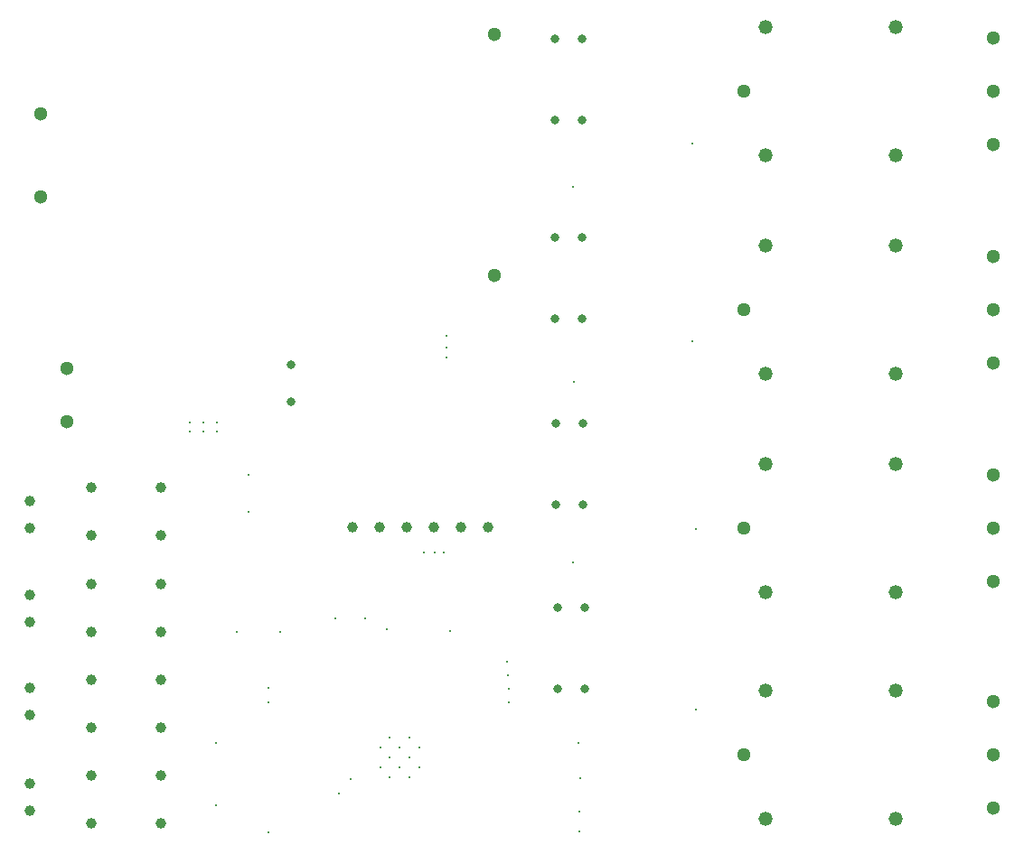
<source format=gbr>
%TF.GenerationSoftware,KiCad,Pcbnew,8.0.7*%
%TF.CreationDate,2025-06-14T17:24:23+07:00*%
%TF.ProjectId,Tubes Mk. PCB,54756265-7320-44d6-9b2e-205043422e6b,rev?*%
%TF.SameCoordinates,Original*%
%TF.FileFunction,Plated,1,4,PTH,Drill*%
%TF.FilePolarity,Positive*%
%FSLAX46Y46*%
G04 Gerber Fmt 4.6, Leading zero omitted, Abs format (unit mm)*
G04 Created by KiCad (PCBNEW 8.0.7) date 2025-06-14 17:24:23*
%MOMM*%
%LPD*%
G01*
G04 APERTURE LIST*
%TA.AperFunction,ViaDrill*%
%ADD10C,0.300000*%
%TD*%
%TA.AperFunction,ComponentDrill*%
%ADD11C,0.300000*%
%TD*%
%TA.AperFunction,ComponentDrill*%
%ADD12C,0.800000*%
%TD*%
%TA.AperFunction,ComponentDrill*%
%ADD13C,0.812800*%
%TD*%
%TA.AperFunction,ComponentDrill*%
%ADD14C,0.999998*%
%TD*%
%TA.AperFunction,ComponentDrill*%
%ADD15C,1.000000*%
%TD*%
%TA.AperFunction,ComponentDrill*%
%ADD16C,1.290000*%
%TD*%
%TA.AperFunction,ComponentDrill*%
%ADD17C,1.300000*%
%TD*%
%TA.AperFunction,ComponentDrill*%
%ADD18C,1.320000*%
%TD*%
G04 APERTURE END LIST*
D10*
X44500000Y-68580000D03*
X44500000Y-69465569D03*
X45769809Y-68580000D03*
X45769809Y-69464120D03*
X46914591Y-98685050D03*
X46968297Y-104528426D03*
X47000000Y-68580000D03*
X47000000Y-69466758D03*
X48872948Y-88221000D03*
X49973336Y-76973165D03*
X50025000Y-73533000D03*
X51879629Y-107000000D03*
X51884977Y-93515749D03*
X51893004Y-94797896D03*
X52959000Y-88265000D03*
X58100000Y-87000000D03*
X58500000Y-103378000D03*
X59579863Y-102003756D03*
X60960000Y-87000000D03*
X62992000Y-88000000D03*
X66421000Y-80772000D03*
X67401877Y-80772000D03*
X68326000Y-80772000D03*
X68500000Y-61595000D03*
X68500000Y-62484000D03*
X68500500Y-60499500D03*
X68879743Y-88138775D03*
X74237000Y-90990000D03*
X74323217Y-92260000D03*
X74352371Y-93537192D03*
X74352402Y-94807532D03*
X80391000Y-46500000D03*
X80391000Y-81710000D03*
X80500000Y-64750000D03*
X80870000Y-98620000D03*
X80953885Y-105050000D03*
X81005944Y-106944443D03*
X81069957Y-101976223D03*
X91567000Y-42418000D03*
X91592491Y-60985491D03*
X91948000Y-78613000D03*
X91948000Y-95504000D03*
D11*
%TO.C,IC1*%
X62330000Y-99082500D03*
X62330000Y-100917500D03*
X63247500Y-98165000D03*
X63247500Y-100000000D03*
X63247500Y-101835000D03*
X64165000Y-99082500D03*
X64165000Y-100917500D03*
X65082500Y-98165000D03*
X65082500Y-100000000D03*
X65082500Y-101835000D03*
X66000000Y-99082500D03*
X66000000Y-100917500D03*
D12*
%TO.C,C12*%
X54000000Y-63152651D03*
X54000000Y-66652651D03*
D13*
%TO.C,IC2*%
X78730000Y-32602500D03*
X78730000Y-40222500D03*
%TO.C,IC3*%
X78730000Y-51190000D03*
X78730000Y-58810000D03*
%TO.C,IC4*%
X78792162Y-68690000D03*
X78792162Y-76310000D03*
%TO.C,IC5*%
X78970000Y-85940000D03*
X78970000Y-93560000D03*
%TO.C,IC2*%
X81270000Y-32602500D03*
X81270000Y-40222500D03*
%TO.C,IC3*%
X81270000Y-51190000D03*
X81270000Y-58810000D03*
%TO.C,IC4*%
X81332162Y-68690000D03*
X81332162Y-76310000D03*
%TO.C,IC5*%
X81510000Y-85940000D03*
X81510000Y-93560000D03*
D14*
%TO.C,S4*%
X35249999Y-74702900D03*
X35249999Y-79202901D03*
%TO.C,S3*%
X35249999Y-83702900D03*
X35249999Y-88202901D03*
%TO.C,S2*%
X35249999Y-92702900D03*
X35249999Y-97202901D03*
%TO.C,S1*%
X35249999Y-101702900D03*
X35249999Y-106202901D03*
%TO.C,S4*%
X41750001Y-74702900D03*
X41750001Y-79202901D03*
%TO.C,S3*%
X41750001Y-83702900D03*
X41750001Y-88202901D03*
%TO.C,S2*%
X41750001Y-92702900D03*
X41750001Y-97202901D03*
%TO.C,S1*%
X41750001Y-101702900D03*
X41750001Y-106202901D03*
D15*
%TO.C,SW4*%
X29500000Y-75960000D03*
X29500000Y-78500000D03*
%TO.C,SW3*%
X29500000Y-84735000D03*
X29500000Y-87275000D03*
%TO.C,SW2*%
X29500000Y-93500000D03*
X29500000Y-96040000D03*
%TO.C,SW1*%
X29500000Y-102460000D03*
X29500000Y-105000000D03*
%TO.C,J2*%
X59755000Y-78450000D03*
X62295000Y-78450000D03*
X64835000Y-78450000D03*
X67375000Y-78450000D03*
X69915000Y-78450000D03*
X72455000Y-78450000D03*
D16*
%TO.C,K1*%
X96400000Y-37500000D03*
%TO.C,K2*%
X96400000Y-58000000D03*
%TO.C,K3*%
X96400000Y-78500000D03*
%TO.C,K4*%
X96400000Y-99750000D03*
D17*
%TO.C,PS1*%
X30522500Y-39600000D03*
X30522500Y-47400000D03*
%TO.C,J1*%
X33000000Y-63500000D03*
X33000000Y-68500000D03*
%TO.C,PS1*%
X73022500Y-32200000D03*
X73022500Y-54800000D03*
%TO.C,J3*%
X119750000Y-32500000D03*
X119750000Y-37500000D03*
X119750000Y-42500000D03*
%TO.C,J4*%
X119750000Y-53000000D03*
X119750000Y-58000000D03*
X119750000Y-63000000D03*
%TO.C,J5*%
X119750000Y-73500000D03*
X119750000Y-78500000D03*
X119750000Y-83500000D03*
%TO.C,J6*%
X119750000Y-94750000D03*
X119750000Y-99750000D03*
X119750000Y-104750000D03*
D18*
%TO.C,K1*%
X98400000Y-31500000D03*
X98400000Y-43500000D03*
%TO.C,K2*%
X98400000Y-52000000D03*
X98400000Y-64000000D03*
%TO.C,K3*%
X98400000Y-72500000D03*
X98400000Y-84500000D03*
%TO.C,K4*%
X98400000Y-93750000D03*
X98400000Y-105750000D03*
%TO.C,K1*%
X110600000Y-31500000D03*
X110600000Y-43500000D03*
%TO.C,K2*%
X110600000Y-52000000D03*
X110600000Y-64000000D03*
%TO.C,K3*%
X110600000Y-72500000D03*
X110600000Y-84500000D03*
%TO.C,K4*%
X110600000Y-93750000D03*
X110600000Y-105750000D03*
M02*

</source>
